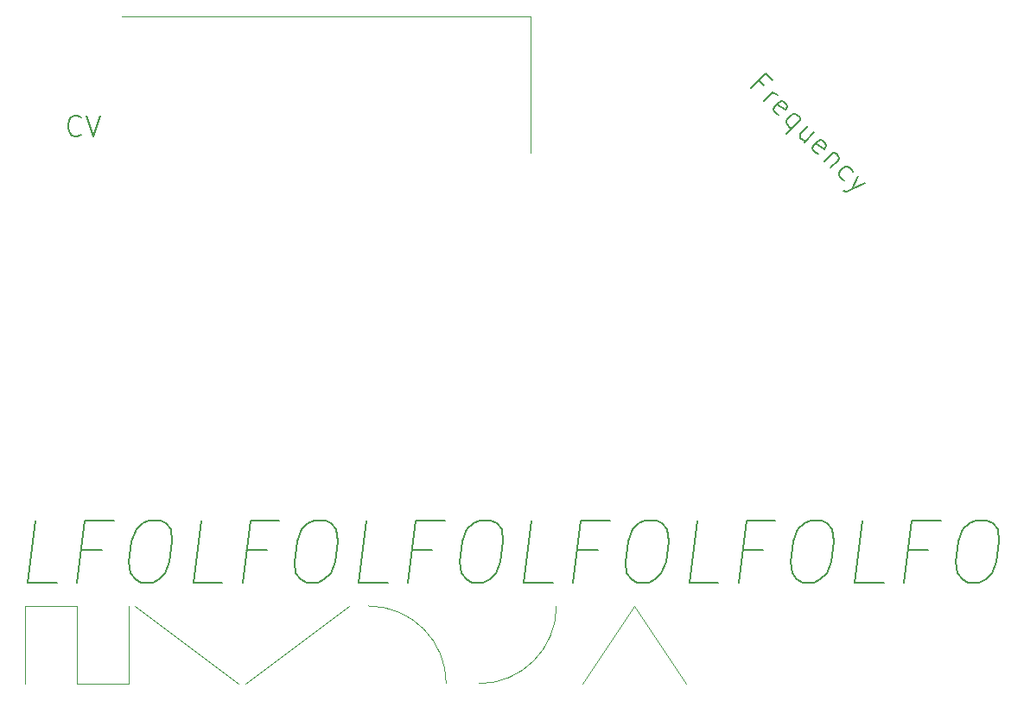
<source format=gto>
G04 #@! TF.GenerationSoftware,KiCad,Pcbnew,5.1.12-1.fc34*
G04 #@! TF.CreationDate,2022-01-17T20:52:51+01:00*
G04 #@! TF.ProjectId,lfo-panel,6c666f2d-7061-46e6-956c-2e6b69636164,rev?*
G04 #@! TF.SameCoordinates,Original*
G04 #@! TF.FileFunction,Legend,Top*
G04 #@! TF.FilePolarity,Positive*
%FSLAX46Y46*%
G04 Gerber Fmt 4.6, Leading zero omitted, Abs format (unit mm)*
G04 Created by KiCad (PCBNEW 5.1.12-1.fc34) date 2022-01-17 20:52:51*
%MOMM*%
%LPD*%
G01*
G04 APERTURE LIST*
%ADD10C,0.150000*%
%ADD11C,0.120000*%
%ADD12C,3.200000*%
%ADD13C,6.500000*%
%ADD14C,6.000000*%
G04 APERTURE END LIST*
D10*
X68532357Y-118327714D02*
X65689976Y-118327714D01*
X66451976Y-112231714D01*
X72910833Y-115134571D02*
X70921166Y-115134571D01*
X70522023Y-118327714D02*
X71284023Y-112231714D01*
X74126404Y-112231714D01*
X77537261Y-112231714D02*
X78674214Y-112231714D01*
X79206404Y-112522000D01*
X79702309Y-113102571D01*
X79841404Y-114263714D01*
X79587404Y-116295714D01*
X79158023Y-117456857D01*
X78516976Y-118037428D01*
X77912214Y-118327714D01*
X76775261Y-118327714D01*
X76243071Y-118037428D01*
X75747166Y-117456857D01*
X75608071Y-116295714D01*
X75862071Y-114263714D01*
X76291452Y-113102571D01*
X76932500Y-112522000D01*
X77537261Y-112231714D01*
X84733928Y-118327714D02*
X81891547Y-118327714D01*
X82653547Y-112231714D01*
X89112404Y-115134571D02*
X87122738Y-115134571D01*
X86723595Y-118327714D02*
X87485595Y-112231714D01*
X90327976Y-112231714D01*
X93738833Y-112231714D02*
X94875785Y-112231714D01*
X95407976Y-112522000D01*
X95903880Y-113102571D01*
X96042976Y-114263714D01*
X95788976Y-116295714D01*
X95359595Y-117456857D01*
X94718547Y-118037428D01*
X94113785Y-118327714D01*
X92976833Y-118327714D01*
X92444642Y-118037428D01*
X91948738Y-117456857D01*
X91809642Y-116295714D01*
X92063642Y-114263714D01*
X92493023Y-113102571D01*
X93134071Y-112522000D01*
X93738833Y-112231714D01*
X100935500Y-118327714D02*
X98093119Y-118327714D01*
X98855119Y-112231714D01*
X105313976Y-115134571D02*
X103324309Y-115134571D01*
X102925166Y-118327714D02*
X103687166Y-112231714D01*
X106529547Y-112231714D01*
X109940404Y-112231714D02*
X111077357Y-112231714D01*
X111609547Y-112522000D01*
X112105452Y-113102571D01*
X112244547Y-114263714D01*
X111990547Y-116295714D01*
X111561166Y-117456857D01*
X110920119Y-118037428D01*
X110315357Y-118327714D01*
X109178404Y-118327714D01*
X108646214Y-118037428D01*
X108150309Y-117456857D01*
X108011214Y-116295714D01*
X108265214Y-114263714D01*
X108694595Y-113102571D01*
X109335642Y-112522000D01*
X109940404Y-112231714D01*
X117137071Y-118327714D02*
X114294690Y-118327714D01*
X115056690Y-112231714D01*
X121515547Y-115134571D02*
X119525880Y-115134571D01*
X119126738Y-118327714D02*
X119888738Y-112231714D01*
X122731119Y-112231714D01*
X126141976Y-112231714D02*
X127278928Y-112231714D01*
X127811119Y-112522000D01*
X128307023Y-113102571D01*
X128446119Y-114263714D01*
X128192119Y-116295714D01*
X127762738Y-117456857D01*
X127121690Y-118037428D01*
X126516928Y-118327714D01*
X125379976Y-118327714D01*
X124847785Y-118037428D01*
X124351880Y-117456857D01*
X124212785Y-116295714D01*
X124466785Y-114263714D01*
X124896166Y-113102571D01*
X125537214Y-112522000D01*
X126141976Y-112231714D01*
X133338642Y-118327714D02*
X130496261Y-118327714D01*
X131258261Y-112231714D01*
X137717119Y-115134571D02*
X135727452Y-115134571D01*
X135328309Y-118327714D02*
X136090309Y-112231714D01*
X138932690Y-112231714D01*
X142343547Y-112231714D02*
X143480500Y-112231714D01*
X144012690Y-112522000D01*
X144508595Y-113102571D01*
X144647690Y-114263714D01*
X144393690Y-116295714D01*
X143964309Y-117456857D01*
X143323261Y-118037428D01*
X142718500Y-118327714D01*
X141581547Y-118327714D01*
X141049357Y-118037428D01*
X140553452Y-117456857D01*
X140414357Y-116295714D01*
X140668357Y-114263714D01*
X141097738Y-113102571D01*
X141738785Y-112522000D01*
X142343547Y-112231714D01*
X149540214Y-118327714D02*
X146697833Y-118327714D01*
X147459833Y-112231714D01*
X153918690Y-115134571D02*
X151929023Y-115134571D01*
X151529880Y-118327714D02*
X152291880Y-112231714D01*
X155134261Y-112231714D01*
X158545119Y-112231714D02*
X159682071Y-112231714D01*
X160214261Y-112522000D01*
X160710166Y-113102571D01*
X160849261Y-114263714D01*
X160595261Y-116295714D01*
X160165880Y-117456857D01*
X159524833Y-118037428D01*
X158920071Y-118327714D01*
X157783119Y-118327714D01*
X157250928Y-118037428D01*
X156755023Y-117456857D01*
X156615928Y-116295714D01*
X156869928Y-114263714D01*
X157299309Y-113102571D01*
X157940357Y-112522000D01*
X158545119Y-112231714D01*
D11*
X125095000Y-120650000D02*
X130175000Y-128270000D01*
X120015000Y-128270000D02*
X125095000Y-120650000D01*
X117475000Y-120650000D02*
G75*
G02*
X109855000Y-128270000I-7620000J0D01*
G01*
X99060000Y-120650000D02*
G75*
G02*
X106680000Y-128270000I0J-7620000D01*
G01*
X86995000Y-128270000D02*
X97155000Y-120650000D01*
X76200000Y-120650000D02*
X86360000Y-128270000D01*
X75565000Y-128270000D02*
X75565000Y-120650000D01*
X70485000Y-128270000D02*
X75565000Y-128270000D01*
X70485000Y-120650000D02*
X70485000Y-128270000D01*
X65405000Y-120650000D02*
X70485000Y-120650000D01*
X65405000Y-128270000D02*
X65405000Y-120650000D01*
D10*
X137758424Y-69608161D02*
X137279477Y-69129214D01*
X136526846Y-69881845D02*
X137963687Y-68445004D01*
X138647897Y-69129214D01*
X137758424Y-71113423D02*
X138716318Y-70155529D01*
X138442634Y-70429213D02*
X138647897Y-70360792D01*
X138784739Y-70360792D01*
X138990002Y-70429213D01*
X139126844Y-70566055D01*
X139263686Y-72481843D02*
X139058423Y-72413422D01*
X138784739Y-72139738D01*
X138716318Y-71934475D01*
X138784739Y-71729212D01*
X139332107Y-71181844D01*
X139537370Y-71113423D01*
X139742633Y-71181844D01*
X140016317Y-71455528D01*
X140084738Y-71660791D01*
X140016317Y-71866054D01*
X139879475Y-72002896D01*
X139058423Y-71455528D01*
X141453158Y-72892369D02*
X140016317Y-74329210D01*
X140563685Y-73781842D02*
X140358422Y-73713421D01*
X140084738Y-73439737D01*
X140016317Y-73234474D01*
X140016317Y-73097632D01*
X140084738Y-72892369D01*
X140495264Y-72481843D01*
X140700527Y-72413422D01*
X140837369Y-72413422D01*
X141042632Y-72481843D01*
X141316316Y-72755527D01*
X141384737Y-72960790D01*
X142753157Y-74192368D02*
X141795263Y-75150262D01*
X142137368Y-73576579D02*
X141384737Y-74329210D01*
X141316316Y-74534473D01*
X141384737Y-74739736D01*
X141590000Y-74944999D01*
X141795263Y-75013420D01*
X141932105Y-75013420D01*
X143095262Y-76313419D02*
X142889999Y-76244998D01*
X142616315Y-75971314D01*
X142547894Y-75766051D01*
X142616315Y-75560788D01*
X143163683Y-75013420D01*
X143368946Y-74944999D01*
X143574209Y-75013420D01*
X143847893Y-75287104D01*
X143916314Y-75492367D01*
X143847893Y-75697630D01*
X143711051Y-75834472D01*
X142889999Y-75287104D01*
X144668945Y-76108156D02*
X143711051Y-77066050D01*
X144532103Y-76244998D02*
X144668945Y-76244998D01*
X144874208Y-76313419D01*
X145079471Y-76518682D01*
X145147892Y-76723945D01*
X145079471Y-76929208D01*
X144326840Y-77681839D01*
X145695260Y-78913417D02*
X145489997Y-78844996D01*
X145216313Y-78571312D01*
X145147892Y-78366049D01*
X145147892Y-78229207D01*
X145216313Y-78023944D01*
X145626839Y-77613418D01*
X145832102Y-77544997D01*
X145968944Y-77544997D01*
X146174207Y-77613418D01*
X146447891Y-77887102D01*
X146516312Y-78092365D01*
X147063680Y-78502891D02*
X146447891Y-79802890D01*
X147747890Y-79187101D02*
X146447891Y-79802890D01*
X145968944Y-80008153D01*
X145832102Y-80008153D01*
X145626839Y-79939732D01*
X70878095Y-74385714D02*
X70781333Y-74482476D01*
X70491047Y-74579238D01*
X70297523Y-74579238D01*
X70007238Y-74482476D01*
X69813714Y-74288952D01*
X69716952Y-74095428D01*
X69620190Y-73708380D01*
X69620190Y-73418095D01*
X69716952Y-73031047D01*
X69813714Y-72837523D01*
X70007238Y-72644000D01*
X70297523Y-72547238D01*
X70491047Y-72547238D01*
X70781333Y-72644000D01*
X70878095Y-72740761D01*
X71458666Y-72547238D02*
X72136000Y-74579238D01*
X72813333Y-72547238D01*
D11*
X114935000Y-62865000D02*
X114935000Y-76200000D01*
X74930000Y-62865000D02*
X114935000Y-62865000D01*
%LPC*%
D12*
X157480000Y-142240000D03*
X157480000Y-79375000D03*
X137160000Y-58420000D03*
D13*
X151805640Y-62349380D03*
X114975640Y-80129380D03*
D14*
X125095000Y-139194540D03*
X114300000Y-139194540D03*
X103505000Y-139194540D03*
X92710000Y-139194540D03*
X81915000Y-139194540D03*
X71120000Y-139194540D03*
X71120000Y-62994540D03*
M02*

</source>
